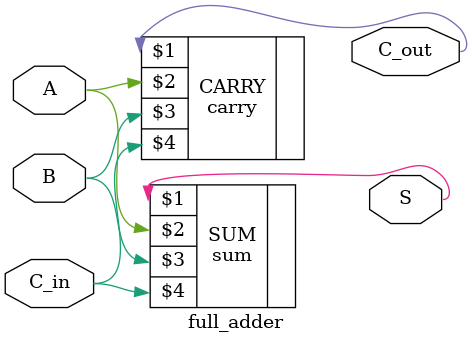
<source format=v>
`include "sum_carry.v"

module full_adder ( output S,
                    output C_out,
                    input A,
                    input B,
                    input C_in);
    sum SUM (S, A, B, C_in);
    carry CARRY (C_out, A, B, C_in);

endmodule
</source>
